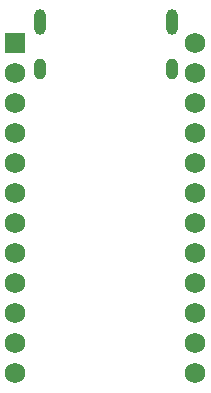
<source format=gbs>
%TF.GenerationSoftware,KiCad,Pcbnew,5.1.9*%
%TF.CreationDate,2021-03-01T07:28:27+02:00*%
%TF.ProjectId,beater-c,62656174-6572-42d6-932e-6b696361645f,rev?*%
%TF.SameCoordinates,Original*%
%TF.FileFunction,Soldermask,Bot*%
%TF.FilePolarity,Negative*%
%FSLAX46Y46*%
G04 Gerber Fmt 4.6, Leading zero omitted, Abs format (unit mm)*
G04 Created by KiCad (PCBNEW 5.1.9) date 2021-03-01 07:28:27*
%MOMM*%
%LPD*%
G01*
G04 APERTURE LIST*
%ADD10O,1.000000X2.200000*%
%ADD11O,1.000000X1.800000*%
%ADD12C,1.752600*%
%ADD13R,1.752600X1.752600*%
G04 APERTURE END LIST*
D10*
%TO.C,USB1*%
X230258000Y-93590800D03*
X219018000Y-93590800D03*
D11*
X219018000Y-97590800D03*
X230258000Y-97590800D03*
%TD*%
D12*
%TO.C,U1*%
X232207000Y-95402000D03*
X216967000Y-123342000D03*
X232207000Y-97942000D03*
X232207000Y-100482000D03*
X232207000Y-103022000D03*
X232207000Y-105562000D03*
X232207000Y-108102000D03*
X232207000Y-110642000D03*
X232207000Y-113182000D03*
X232207000Y-115722000D03*
X232207000Y-118262000D03*
X232207000Y-120802000D03*
X232207000Y-123342000D03*
X216967000Y-120802000D03*
X216967000Y-118262000D03*
X216967000Y-115722000D03*
X216967000Y-113182000D03*
X216967000Y-110642000D03*
X216967000Y-108102000D03*
X216967000Y-105562000D03*
X216967000Y-103022000D03*
X216967000Y-100482000D03*
X216967000Y-97942000D03*
D13*
X216967000Y-95402000D03*
%TD*%
M02*

</source>
